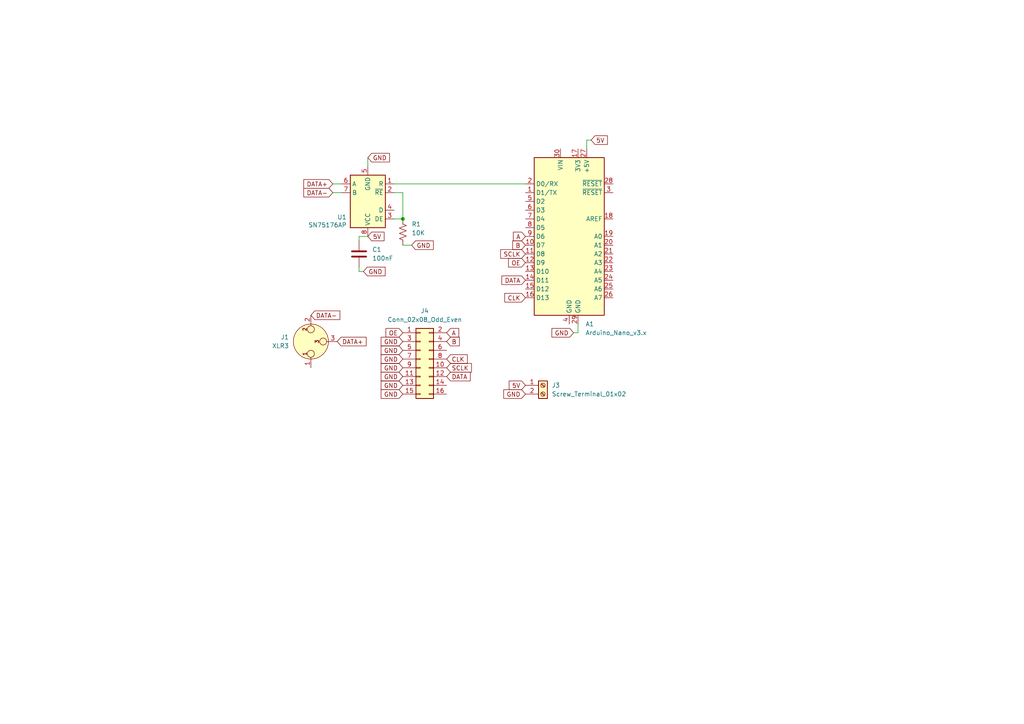
<source format=kicad_sch>
(kicad_sch (version 20250114) (generator "eeschema") (generator_version "9.0")
  (paper "A4")
  (lib_symbols
    (symbol "Connector:Screw_Terminal_01x02" (pin_names (offset 1.016) (hide yes))
      (property "Reference" "J" (at 0 2.54 0))
      (property "Value" "Screw_Terminal_01x02" (at 0 -5.08 0))
      (symbol "Screw_Terminal_01x02_1_1"
        (rectangle (start -1.27 1.27) (end 1.27 -3.81) (stroke (width 0.254)) (fill (type background)))
        (polyline (pts (xy -0.5334 0.3302) (xy 0.3302 -0.508)) (stroke (width 0.1524)))
        (polyline (pts (xy -0.5334 -2.2098) (xy 0.3302 -3.048)) (stroke (width 0.1524)))
        (polyline (pts (xy -0.3556 0.508) (xy 0.508 -0.3302)) (stroke (width 0.1524)))
        (polyline (pts (xy -0.3556 -2.032) (xy 0.508 -2.8702)) (stroke (width 0.1524)))
        (circle (center 0 0) (radius 0.635) (stroke (width 0.1524)))
        (circle (center 0 -2.54) (radius 0.635) (stroke (width 0.1524)))
        (pin passive line (at -5.08 0 0) (length 3.81) (name "Pin_1") (number "1"))
        (pin passive line (at -5.08 -2.54 0) (length 3.81) (name "Pin_2") (number "2"))
      )
    )
    (symbol "Connector_Audio:XLR3" (pin_names (hide yes))
      (property "Reference" "J" (at 0 8.89 0))
      (property "Value" "XLR3" (at 0 6.35 0))
      (symbol "XLR3_0_1"
        (polyline (pts (xy -5.08 0) (xy -4.572 0)))
        (circle (center -3.556 0) (radius 1.016))
        (circle (center 0 0) (radius 5.08) (fill (type background)))
        (circle (center 0 -3.556) (radius 1.016))
        (polyline (pts (xy 0 -5.08) (xy 0 -4.572)))
        (circle (center 3.556 0) (radius 1.016))
        (polyline (pts (xy 5.08 0) (xy 4.572 0)))
        (text "1" (at -3.556 1.778 0) (effects (font (size 1.016 1.016) (bold yes))))
        (text "3" (at 0 -1.778 0) (effects (font (size 1.016 1.016) (bold yes))))
        (text "2" (at 3.556 1.778 0) (effects (font (size 1.016 1.016) (bold yes))))
        (pin passive line (at -7.62 0 0) (length 2.54) (name "~") (number "1"))
        (pin passive line (at 0 -7.62 90) (length 2.54) (name "~") (number "3"))
        (pin passive line (at 7.62 0 180) (length 2.54) (name "~") (number "2"))
      )
    )
    (symbol "Connector_Generic:Conn_02x08_Odd_Even" (pin_names (offset 1.016) (hide yes))
      (property "Reference" "J" (at 1.27 10.16 0))
      (property "Value" "Conn_02x08_Odd_Even" (at 1.27 -12.7 0))
      (symbol "Conn_02x08_Odd_Even_1_1"
        (rectangle (start -1.27 8.89) (end 3.81 -11.43) (stroke (width 0.254)) (fill (type background)))
        (rectangle (start -1.27 7.747) (end 0 7.493) (stroke (width 0.1524)))
        (rectangle (start -1.27 5.207) (end 0 4.953) (stroke (width 0.1524)))
        (rectangle (start -1.27 2.667) (end 0 2.413) (stroke (width 0.1524)))
        (rectangle (start -1.27 0.127) (end 0 -0.127) (stroke (width 0.1524)))
        (rectangle (start -1.27 -2.413) (end 0 -2.667) (stroke (width 0.1524)))
        (rectangle (start -1.27 -4.953) (end 0 -5.207) (stroke (width 0.1524)))
        (rectangle (start -1.27 -7.493) (end 0 -7.747) (stroke (width 0.1524)))
        (rectangle (start -1.27 -10.033) (end 0 -10.287) (stroke (width 0.1524)))
        (rectangle (start 3.81 7.747) (end 2.54 7.493) (stroke (width 0.1524)))
        (rectangle (start 3.81 5.207) (end 2.54 4.953) (stroke (width 0.1524)))
        (rectangle (start 3.81 2.667) (end 2.54 2.413) (stroke (width 0.1524)))
        (rectangle (start 3.81 0.127) (end 2.54 -0.127) (stroke (width 0.1524)))
        (rectangle (start 3.81 -2.413) (end 2.54 -2.667) (stroke (width 0.1524)))
        (rectangle (start 3.81 -4.953) (end 2.54 -5.207) (stroke (width 0.1524)))
        (rectangle (start 3.81 -7.493) (end 2.54 -7.747) (stroke (width 0.1524)))
        (rectangle (start 3.81 -10.033) (end 2.54 -10.287) (stroke (width 0.1524)))
        (pin passive line (at -5.08 7.62 0) (length 3.81) (name "Pin_1") (number "1"))
        (pin passive line (at -5.08 5.08 0) (length 3.81) (name "Pin_3") (number "3"))
        (pin passive line (at -5.08 2.54 0) (length 3.81) (name "Pin_5") (number "5"))
        (pin passive line (at -5.08 0 0) (length 3.81) (name "Pin_7") (number "7"))
        (pin passive line (at -5.08 -2.54 0) (length 3.81) (name "Pin_9") (number "9"))
        (pin passive line (at -5.08 -5.08 0) (length 3.81) (name "Pin_11") (number "11"))
        (pin passive line (at -5.08 -7.62 0) (length 3.81) (name "Pin_13") (number "13"))
        (pin passive line (at -5.08 -10.16 0) (length 3.81) (name "Pin_15") (number "15"))
        (pin passive line (at 7.62 7.62 180) (length 3.81) (name "Pin_2") (number "2"))
        (pin passive line (at 7.62 5.08 180) (length 3.81) (name "Pin_4") (number "4"))
        (pin passive line (at 7.62 2.54 180) (length 3.81) (name "Pin_6") (number "6"))
        (pin passive line (at 7.62 0 180) (length 3.81) (name "Pin_8") (number "8"))
        (pin passive line (at 7.62 -2.54 180) (length 3.81) (name "Pin_10") (number "10"))
        (pin passive line (at 7.62 -5.08 180) (length 3.81) (name "Pin_12") (number "12"))
        (pin passive line (at 7.62 -7.62 180) (length 3.81) (name "Pin_14") (number "14"))
        (pin passive line (at 7.62 -10.16 180) (length 3.81) (name "Pin_16") (number "16"))
      )
    )
    (symbol "Device:C" (pin_numbers (hide yes)) (pin_names (offset 0.254))
      (property "Reference" "C" (at 0.635 2.54 0))
      (property "Value" "C" (at 0.635 -2.54 0))
      (symbol "C_0_1"
        (polyline (pts (xy -2.032 0.762) (xy 2.032 0.762)) (stroke (width 0.508)))
        (polyline (pts (xy -2.032 -0.762) (xy 2.032 -0.762)) (stroke (width 0.508)))
      )
      (symbol "C_1_1"
        (pin passive line (at 0 3.81 270) (length 2.794) (name "~") (number "1"))
        (pin passive line (at 0 -3.81 90) (length 2.794) (name "~") (number "2"))
      )
    )
    (symbol "Device:R_US" (pin_numbers (hide yes)) (pin_names (offset 0))
      (property "Reference" "R" (at 2.54 0 90))
      (property "Value" "R_US" (at -2.54 0 90))
      (symbol "R_US_0_1"
        (polyline (pts (xy 0 2.286) (xy 0 2.54)))
        (polyline (pts (xy 0 2.286) (xy 1.016 1.905) (xy 0 1.524) (xy -1.016 1.143) (xy 0 0.762)))
        (polyline (pts (xy 0 0.762) (xy 1.016 0.381) (xy 0 0) (xy -1.016 -0.381) (xy 0 -0.762)))
        (polyline (pts (xy 0 -0.762) (xy 1.016 -1.143) (xy 0 -1.524) (xy -1.016 -1.905) (xy 0 -2.286)))
        (polyline (pts (xy 0 -2.286) (xy 0 -2.54)))
      )
      (symbol "R_US_1_1"
        (pin passive line (at 0 3.81 270) (length 1.27) (name "~") (number "1"))
        (pin passive line (at 0 -3.81 90) (length 1.27) (name "~") (number "2"))
      )
    )
    (symbol "Interface_UART:SN75176AP"
      (property "Reference" "U" (at -4.318 8.89 0))
      (property "Value" "SN75176AP" (at 1.016 8.89 0))
      (symbol "SN75176AP_0_1"
        (rectangle (start -5.08 7.62) (end 5.08 -7.62) (stroke (width 0.254)) (fill (type background)))
      )
      (symbol "SN75176AP_1_1"
        (pin input line (at -7.62 5.08 0) (length 2.54) (name "DE") (number "3"))
        (pin input line (at -7.62 2.54 0) (length 2.54) (name "D") (number "4"))
        (pin input line (at -7.62 -2.54 0) (length 2.54) (name "~{RE}") (number "2"))
        (pin output line (at -7.62 -5.08 0) (length 2.54) (name "R") (number "1"))
        (pin power_in line (at 0 10.16 270) (length 2.54) (name "VCC") (number "8"))
        (pin power_in line (at 0 -10.16 90) (length 2.54) (name "GND") (number "5"))
        (pin bidirectional line (at 7.62 -2.54 180) (length 2.54) (name "B") (number "7"))
        (pin bidirectional line (at 7.62 -5.08 180) (length 2.54) (name "A") (number "6"))
      )
    )
    (symbol "MCU_Module:Arduino_Nano_v3.x"
      (property "Reference" "A" (at -10.16 23.495 0))
      (property "Value" "Arduino_Nano_v3.x" (at 5.08 -24.13 0))
      (symbol "Arduino_Nano_v3.x_0_1"
        (rectangle (start -10.16 22.86) (end 10.16 -22.86) (stroke (width 0.254)) (fill (type background)))
      )
      (symbol "Arduino_Nano_v3.x_1_1"
        (pin bidirectional line (at -12.7 15.24 0) (length 2.54) (name "D0/RX") (number "2"))
        (pin bidirectional line (at -12.7 12.7 0) (length 2.54) (name "D1/TX") (number "1"))
        (pin bidirectional line (at -12.7 10.16 0) (length 2.54) (name "D2") (number "5"))
        (pin bidirectional line (at -12.7 7.62 0) (length 2.54) (name "D3") (number "6"))
        (pin bidirectional line (at -12.7 5.08 0) (length 2.54) (name "D4") (number "7"))
        (pin bidirectional line (at -12.7 2.54 0) (length 2.54) (name "D5") (number "8"))
        (pin bidirectional line (at -12.7 0 0) (length 2.54) (name "D6") (number "9"))
        (pin bidirectional line (at -12.7 -2.54 0) (length 2.54) (name "D7") (number "10"))
        (pin bidirectional line (at -12.7 -5.08 0) (length 2.54) (name "D8") (number "11"))
        (pin bidirectional line (at -12.7 -7.62 0) (length 2.54) (name "D9") (number "12"))
        (pin bidirectional line (at -12.7 -10.16 0) (length 2.54) (name "D10") (number "13"))
        (pin bidirectional line (at -12.7 -12.7 0) (length 2.54) (name "D11") (number "14"))
        (pin bidirectional line (at -12.7 -15.24 0) (length 2.54) (name "D12") (number "15"))
        (pin bidirectional line (at -12.7 -17.78 0) (length 2.54) (name "D13") (number "16"))
        (pin power_in line (at -2.54 25.4 270) (length 2.54) (name "VIN") (number "30"))
        (pin power_in line (at 0 -25.4 90) (length 2.54) (name "GND") (number "4"))
        (pin power_out line (at 2.54 25.4 270) (length 2.54) (name "3V3") (number "17"))
        (pin power_in line (at 2.54 -25.4 90) (length 2.54) (name "GND") (number "29"))
        (pin power_out line (at 5.08 25.4 270) (length 2.54) (name "+5V") (number "27"))
        (pin input line (at 12.7 15.24 180) (length 2.54) (name "~{RESET}") (number "28"))
        (pin input line (at 12.7 12.7 180) (length 2.54) (name "~{RESET}") (number "3"))
        (pin input line (at 12.7 5.08 180) (length 2.54) (name "AREF") (number "18"))
        (pin bidirectional line (at 12.7 0 180) (length 2.54) (name "A0") (number "19"))
        (pin bidirectional line (at 12.7 -2.54 180) (length 2.54) (name "A1") (number "20"))
        (pin bidirectional line (at 12.7 -5.08 180) (length 2.54) (name "A2") (number "21"))
        (pin bidirectional line (at 12.7 -7.62 180) (length 2.54) (name "A3") (number "22"))
        (pin bidirectional line (at 12.7 -10.16 180) (length 2.54) (name "A4") (number "23"))
        (pin bidirectional line (at 12.7 -12.7 180) (length 2.54) (name "A5") (number "24"))
        (pin bidirectional line (at 12.7 -15.24 180) (length 2.54) (name "A6") (number "25"))
        (pin bidirectional line (at 12.7 -17.78 180) (length 2.54) (name "A7") (number "26"))
      )
    )
  )
  (junction (at 116.84 63.5))
  (wire (pts (xy 114.3 53.34) (xy 152.4 53.34)))
  (wire (pts (xy 104.14 68.58) (xy 106.68 68.58)))
  (wire (pts (xy 119.38 71.12) (xy 116.84 71.12)))
  (wire (pts (xy 106.68 45.72) (xy 106.68 48.26)))
  (wire (pts (xy 171.45 40.64) (xy 170.18 40.64)))
  (wire (pts (xy 167.64 96.52) (xy 167.64 93.98)))
  (wire (pts (xy 104.14 78.74) (xy 104.14 77.47)))
  (wire (pts (xy 116.84 55.88) (xy 116.84 63.5)))
  (wire (pts (xy 170.18 40.64) (xy 170.18 43.18)))
  (wire (pts (xy 116.84 63.5) (xy 114.3 63.5)))
  (wire (pts (xy 96.52 53.34) (xy 99.06 53.34)))
  (wire (pts (xy 114.3 55.88) (xy 116.84 55.88)))
  (wire (pts (xy 105.41 78.74) (xy 104.14 78.74)))
  (wire (pts (xy 96.52 55.88) (xy 99.06 55.88)))
  (wire (pts (xy 166.37 96.52) (xy 167.64 96.52)))
  (wire (pts (xy 104.14 69.85) (xy 104.14 68.58)))
  (global_label "DATA-" (shape input) (at 90.17 91.44 0) (property "Intersheetrefs" "${INTERSHEET_REFS}" (effects (hide yes))))
  (global_label "DATA" (shape input) (at 129.54 109.22 0) (property "Intersheetrefs" "${INTERSHEET_REFS}" (effects (hide yes))))
  (global_label "GND" (shape input) (at 116.84 106.68 180) (property "Intersheetrefs" "${INTERSHEET_REFS}" (effects (hide yes))))
  (global_label "B" (shape input) (at 152.4 71.12 180) (property "Intersheetrefs" "${INTERSHEET_REFS}" (effects (hide yes))))
  (global_label "GND" (shape input) (at 116.84 114.3 180) (property "Intersheetrefs" "${INTERSHEET_REFS}" (effects (hide yes))))
  (global_label "GND" (shape input) (at 116.84 104.14 180) (property "Intersheetrefs" "${INTERSHEET_REFS}" (effects (hide yes))))
  (global_label "5V" (shape input) (at 171.45 40.64 0) (property "Intersheetrefs" "${INTERSHEET_REFS}" (effects (hide yes))))
  (global_label "GND" (shape input) (at 152.4 114.3 180) (property "Intersheetrefs" "${INTERSHEET_REFS}" (effects (hide yes))))
  (global_label "SCLK" (shape input) (at 152.4 73.66 180) (property "Intersheetrefs" "${INTERSHEET_REFS}" (effects (hide yes))))
  (global_label "GND" (shape input) (at 105.41 78.74 0) (property "Intersheetrefs" "${INTERSHEET_REFS}" (effects (hide yes))))
  (global_label "SCLK" (shape input) (at 129.54 106.68 0) (property "Intersheetrefs" "${INTERSHEET_REFS}" (effects (hide yes))))
  (global_label "GND" (shape input) (at 116.84 109.22 180) (property "Intersheetrefs" "${INTERSHEET_REFS}" (effects (hide yes))))
  (global_label "DATA" (shape input) (at 152.4 81.28 180) (property "Intersheetrefs" "${INTERSHEET_REFS}" (effects (hide yes))))
  (global_label "CLK" (shape input) (at 152.4 86.36 180) (property "Intersheetrefs" "${INTERSHEET_REFS}" (effects (hide yes))))
  (global_label "GND" (shape input) (at 116.84 111.76 180) (property "Intersheetrefs" "${INTERSHEET_REFS}" (effects (hide yes))))
  (global_label "GND" (shape input) (at 166.37 96.52 180) (property "Intersheetrefs" "${INTERSHEET_REFS}" (effects (hide yes))))
  (global_label "GND" (shape input) (at 116.84 101.6 180) (property "Intersheetrefs" "${INTERSHEET_REFS}" (effects (hide yes))))
  (global_label "GND" (shape input) (at 119.38 71.12 0) (property "Intersheetrefs" "${INTERSHEET_REFS}" (effects (hide yes))))
  (global_label "DATA+" (shape input) (at 97.79 99.06 0) (property "Intersheetrefs" "${INTERSHEET_REFS}" (effects (hide yes))))
  (global_label "OE" (shape input) (at 116.84 96.52 180) (property "Intersheetrefs" "${INTERSHEET_REFS}" (effects (hide yes))))
  (global_label "A" (shape input) (at 152.4 68.58 180) (property "Intersheetrefs" "${INTERSHEET_REFS}" (effects (hide yes))))
  (global_label "GND" (shape input) (at 116.84 99.06 180) (property "Intersheetrefs" "${INTERSHEET_REFS}" (effects (hide yes))))
  (global_label "CLK" (shape input) (at 129.54 104.14 0) (property "Intersheetrefs" "${INTERSHEET_REFS}" (effects (hide yes))))
  (global_label "B" (shape input) (at 129.54 99.06 0) (property "Intersheetrefs" "${INTERSHEET_REFS}" (effects (hide yes))))
  (global_label "A" (shape input) (at 129.54 96.52 0) (property "Intersheetrefs" "${INTERSHEET_REFS}" (effects (hide yes))))
  (global_label "DATA-" (shape input) (at 96.52 55.88 180) (property "Intersheetrefs" "${INTERSHEET_REFS}" (effects (hide yes))))
  (global_label "GND" (shape input) (at 106.68 45.72 0) (property "Intersheetrefs" "${INTERSHEET_REFS}" (effects (hide yes))))
  (global_label "5V" (shape input) (at 152.4 111.76 180) (property "Intersheetrefs" "${INTERSHEET_REFS}" (effects (hide yes))))
  (global_label "DATA+" (shape input) (at 96.52 53.34 180) (property "Intersheetrefs" "${INTERSHEET_REFS}" (effects (hide yes))))
  (global_label "5V" (shape input) (at 106.68 68.58 0) (property "Intersheetrefs" "${INTERSHEET_REFS}" (effects (hide yes))))
  (global_label "OE" (shape input) (at 152.4 76.2 180) (property "Intersheetrefs" "${INTERSHEET_REFS}" (effects (hide yes))))
  (symbol (lib_id "Interface_UART:SN75176AP") (at 106.68 58.42 180) (unit 1)
    (property "Reference" "U1" (at 97.79 62.992 0) (effects (justify right)))
    (property "Value" "SN75176AP" (at 89.408 65.278 0) (effects (justify right)))
    (property "Footprint" "Package_DIP:DIP-8_W7.62mm" (effects (hide yes)))
    (property "Datasheet" "http://www.ti.com/lit/ds/symlink/sn75176a.pdf" (effects (hide yes)))
    (property "Description" "Differential RS-422/RS-485 bus transceiver, DIP-8" (effects (hide yes)))
  )
  (symbol (lib_id "Connector_Audio:XLR3") (at 90.17 99.06 90) (unit 1)
    (property "Reference" "J1" (at 83.82 97.7899 90) (effects (justify left)))
    (property "Value" "XLR3" (at 83.82 100.3299 90) (effects (justify left)))
    (property "Footprint" "Connector_Audio:Jack_XLR_Neutrik_NC3FAH-0_Horizontal" (effects (hide yes)))
    (property "Description" "XLR Connector, Male or Female, 3 Pins" (effects (hide yes)))
  )
  (symbol (lib_id "MCU_Module:Arduino_Nano_v3.x") (at 165.1 68.58 0) (unit 1)
    (property "Reference" "A1" (at 169.7833 93.98 0) (effects (justify left)))
    (property "Value" "Arduino_Nano_v3.x" (at 169.7833 96.52 0) (effects (justify left)))
    (property "Footprint" "Module:Arduino_Nano" (effects (hide yes)))
    (property "Datasheet" "http://www.mouser.com/pdfdocs/Gravitech_Arduino_Nano3_0.pdf" (effects (hide yes)))
    (property "Description" "Arduino Nano v3.x" (effects (hide yes)))
  )
  (symbol (lib_id "Connector_Generic:Conn_02x08_Odd_Even") (at 121.92 104.14 0) (unit 1)
    (property "Reference" "J4" (at 123.19 90.17 0))
    (property "Value" "Conn_02x08_Odd_Even" (at 123.19 92.71 0))
    (property "Footprint" "Connector_PinHeader_2.54mm:PinHeader_2x08_P2.54mm_Vertical" (effects (hide yes)))
    (property "Description" "Generic connector, double row, 02x08, odd/even pin numbering scheme (row 1 odd numbers, row 2 even numbers), script generated (kicad-library-utils/schlib/autogen/connector/)" (effects (hide yes)))
  )
  (symbol (lib_id "Connector:Screw_Terminal_01x02") (at 157.48 111.76 0) (unit 1)
    (property "Reference" "J3" (at 160.02 111.7599 0) (effects (justify left)))
    (property "Value" "Screw_Terminal_01x02" (at 160.02 114.2999 0) (effects (justify left)))
    (property "Footprint" "TerminalBlock_Phoenix:TerminalBlock_Phoenix_MKDS-3-2-5.08_1x02_P5.08mm_Horizontal" (effects (hide yes)))
    (property "Description" "Generic screw terminal, single row, 01x02, script generated (kicad-library-utils/schlib/autogen/connector/)" (effects (hide yes)))
  )
  (symbol (lib_id "Device:C") (at 104.14 73.66 0) (unit 1)
    (property "Reference" "C1" (at 107.95 72.3899 0) (effects (justify left)))
    (property "Value" "100nF" (at 107.95 74.9299 0) (effects (justify left)))
    (property "Footprint" "Capacitor_THT:C_Disc_D5.0mm_W2.5mm_P2.50mm" (effects (hide yes)))
    (property "Description" "Unpolarized capacitor" (effects (hide yes)))
  )
  (symbol (lib_id "Device:R_US") (at 116.84 67.31 180) (unit 1)
    (property "Reference" "R1" (at 119.38 65.024 0) (effects (justify right)))
    (property "Value" "10K" (at 119.38 67.564 0) (effects (justify right)))
    (property "Footprint" "Resistor_THT:R_Axial_DIN0204_L3.6mm_D1.6mm_P7.62mm_Horizontal" (effects (hide yes)))
    (property "Description" "Resistor, US symbol" (effects (hide yes)))
  )
)
</source>
